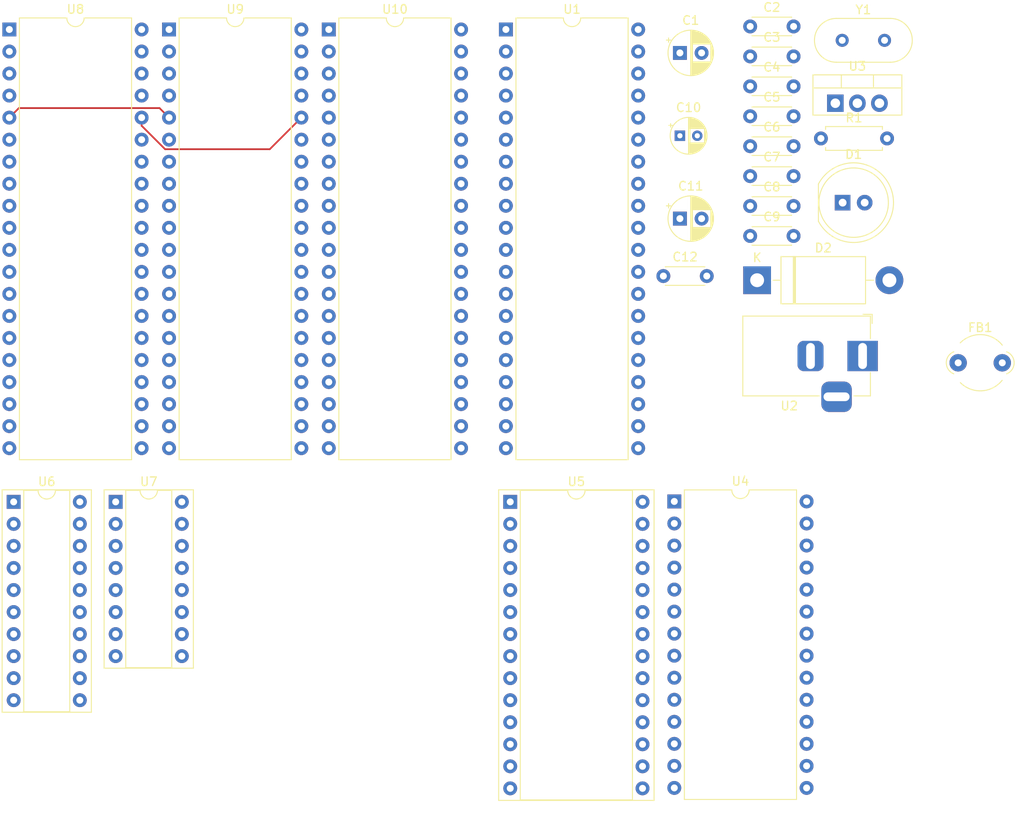
<source format=kicad_pcb>
(kicad_pcb (version 20240108) (generator "pcbnew") (generator_version "8.0")
  (layers (0 "F.Cu" signal) (31 "B.Cu" signal) (34 "B.Paste" user) (35 "F.Paste" user) (36 "B.SilkS" user "B.Silkscreen") (37 "F.SilkS" user "F.Silkscreen") (38 "B.Mask" user) (39 "F.Mask" user) (44 "Edge.Cuts" user))
  (net 0 "")
  (net 1 "Net-(U3-IN)")
  (net 2 "GND")
  (net 3 "+5V")
  (net 4 "Net-(C12-+)")
  (net 5 "Net-(D1-K)")
  (net 6 "Net-(D2-K)")
  (net 7 "/Memory and Peripheral Inteface/A8")
  (net 8 "/Memory and Peripheral Inteface/A11")
  (net 9 "/Memory and Peripheral Inteface/A5")
  (net 11 "/Memory and Peripheral Inteface/AD6")
  (net 12 "/Memory and Peripheral Inteface/AD2")
  (net 13 "/Memory and Peripheral Inteface/A1")
  (net 14 "/Memory and Peripheral Inteface/AD4")
  (net 15 "/Memory and Peripheral Inteface/A0")
  (net 16 "/Memory and Peripheral Inteface/~{Y0}")
  (net 17 "/Memory and Peripheral Inteface/A4")
  (net 19 "/Memory and Peripheral Inteface/A10")
  (net 20 "/Memory and Peripheral Inteface/AD7")
  (net 21 "/Memory and Peripheral Inteface/AD1")
  (net 22 "/Memory and Peripheral Inteface/~{RD}")
  (net 23 "/Memory and Peripheral Inteface/A2")
  (net 24 "/Memory and Peripheral Inteface/A9")
  (net 26 "/Memory and Peripheral Inteface/A7")
  (net 27 "/Memory and Peripheral Inteface/A3")
  (net 28 "/Memory and Peripheral Inteface/AD0")
  (net 29 "/Memory and Peripheral Inteface/AD5")
  (net 30 "/Memory and Peripheral Inteface/AD3")
  (net 31 "/Memory and Peripheral Inteface/A6")
  (net 32 "/Memory and Peripheral Inteface/A12")
  (net 34 "/Memory and Peripheral Inteface/~{Y2}")
  (net 46 "Net-(U1-X1)")
  (net 55 "/Memory and Peripheral Inteface/~{WR}")
  (net 80 "/Memory and Peripheral Inteface/~{Y3}")
  (net 92 "/Memory and Peripheral Inteface/~{Y4}")
  (net 112 "/Memory and Peripheral Inteface/A14")
  (net 116 "/Memory and Peripheral Inteface/A13")
  (net 117 "/Memory and Peripheral Inteface/A15")
  (net 124 "/Memory and Peripheral Inteface/ALE")
  (net 135 "/Memory and Peripheral Inteface/~{Y7}")
  (footprint "Capacitor_THT:C_Disc_D4.3mm_W1.9mm_P5.00mm" (layer "F.Cu") (at 199 30.23)
    (property "Reference" "C2" (at 2.5 -2.2 0) (layer "F.SilkS"))
    (property "Value" "100nF")
    (pad "1" thru_hole circle (at 0 0) (size 1.6 1.6) (drill 0.8) (layers "*.Cu" "*.Mask") (net 3 "+5V"))
    (pad "2" thru_hole circle (at 5 0) (size 1.6 1.6) (drill 0.8) (layers "*.Cu" "*.Mask") (net 2 "GND"))
  )
  (footprint "Package_TO_SOT_THT:TO-220-3_Vertical" (layer "F.Cu") (at 208.81 39.08)
    (property "Reference" "U3" (at 2.54 -4.27 0) (layer "F.SilkS"))
    (property "Value" "L7805")
    (pad "1" thru_hole rect (at 0 0) (size 1.905 2) (drill 1.1) (layers "*.Cu" "*.Mask") (net 1 "Net-(U3-IN)"))
    (pad "2" thru_hole oval (at 2.54 0) (size 1.905 2) (drill 1.1) (layers "*.Cu" "*.Mask") (net 2 "GND"))
    (pad "3" thru_hole oval (at 5.08 0) (size 1.905 2) (drill 1.1) (layers "*.Cu" "*.Mask") (net 3 "+5V"))
  )
  (footprint "Crystal:Crystal_HC49-U_Vertical" (layer "F.Cu") (at 209.6 31.83)
    (property "Reference" "Y1" (at 2.44 -3.525 0) (layer "F.SilkS"))
    (property "Value" "3MHz")
    (pad "1" thru_hole circle (at 0 0) (size 1.5 1.5) (drill 0.8) (layers "*.Cu" "*.Mask") (net 46 "Net-(U1-X1)"))
    (pad "2" thru_hole circle (at 4.88 0) (size 1.5 1.5) (drill 0.8) (layers "*.Cu" "*.Mask") (net 4 "Net-(C12-+)"))
  )
  (footprint "Package_DIP:DIP-16_W7.62mm_Socket" (layer "F.Cu") (at 125.91 85.03)
    (property "Reference" "U7" (at 3.81 -2.33 0) (layer "F.SilkS"))
    (property "Value" "74LS138")
    (pad "1" thru_hole rect (at 0 0) (size 1.6 1.6) (drill 0.8) (layers "*.Cu" "*.Mask") (net 116 "/Memory and Peripheral Inteface/A13"))
    (pad "2" thru_hole oval (at 0 2.54) (size 1.6 1.6) (drill 0.8) (layers "*.Cu" "*.Mask") (net 112 "/Memory and Peripheral Inteface/A14"))
    (pad "3" thru_hole oval (at 0 5.08) (size 1.6 1.6) (drill 0.8) (layers "*.Cu" "*.Mask") (net 117 "/Memory and Peripheral Inteface/A15"))
    (pad "4" thru_hole oval (at 0 7.62) (size 1.6 1.6) (drill 0.8) (layers "*.Cu" "*.Mask") (net 2 "GND"))
    (pad "5" thru_hole oval (at 0 10.16) (size 1.6 1.6) (drill 0.8) (layers "*.Cu" "*.Mask") (net 2 "GND"))
    (pad "6" thru_hole oval (at 0 12.7) (size 1.6 1.6) (drill 0.8) (layers "*.Cu" "*.Mask") (net 3 "+5V"))
    (pad "7" thru_hole oval (at 0 15.24) (size 1.6 1.6) (drill 0.8) (layers "*.Cu" "*.Mask") (net 135 "/Memory and Peripheral Inteface/~{Y7}"))
    (pad "8" thru_hole oval (at 0 17.78) (size 1.6 1.6) (drill 0.8) (layers "*.Cu" "*.Mask") (net 2 "GND"))
    (pad "9" thru_hole oval (at 7.62 17.78) (size 1.6 1.6) (drill 0.8) (layers "*.Cu" "*.Mask"))
    (pad "10" thru_hole oval (at 7.62 15.24) (size 1.6 1.6) (drill 0.8) (layers "*.Cu" "*.Mask"))
    (pad "11" thru_hole oval (at 7.62 12.7) (size 1.6 1.6) (drill 0.8) (layers "*.Cu" "*.Mask") (net 92 "/Memory and Peripheral Inteface/~{Y4}"))
    (pad "12" thru_hole oval (at 7.62 10.16) (size 1.6 1.6) (drill 0.8) (layers "*.Cu" "*.Mask") (net 80 "/Memory and Peripheral Inteface/~{Y3}"))
    (pad "13" thru_hole oval (at 7.62 7.62) (size 1.6 1.6) (drill 0.8) (layers "*.Cu" "*.Mask") (net 34 "/Memory and Peripheral Inteface/~{Y2}"))
    (pad "14" thru_hole oval (at 7.62 5.08) (size 1.6 1.6) (drill 0.8) (layers "*.Cu" "*.Mask"))
    (pad "15" thru_hole oval (at 7.62 2.54) (size 1.6 1.6) (drill 0.8) (layers "*.Cu" "*.Mask") (net 16 "/Memory and Peripheral Inteface/~{Y0}"))
    (pad "16" thru_hole oval (at 7.62 0) (size 1.6 1.6) (drill 0.8) (layers "*.Cu" "*.Mask") (net 3 "+5V"))
  )
  (footprint "Package_DIP:DIP-20_W7.62mm_Socket" (layer "F.Cu") (at 114.16 85.03)
    (property "Reference" "U6" (at 3.81 -2.33 0) (layer "F.SilkS"))
    (property "Value" "74LS373")
    (pad "1" thru_hole rect (at 0 0) (size 1.6 1.6) (drill 0.8) (layers "*.Cu" "*.Mask") (net 2 "GND"))
    (pad "2" thru_hole oval (at 0 2.54) (size 1.6 1.6) (drill 0.8) (layers "*.Cu" "*.Mask") (net 15 "/Memory and Peripheral Inteface/A0"))
    (pad "3" thru_hole oval (at 0 5.08) (size 1.6 1.6) (drill 0.8) (layers "*.Cu" "*.Mask") (net 28 "/Memory and Peripheral Inteface/AD0"))
    (pad "4" thru_hole oval (at 0 7.62) (size 1.6 1.6) (drill 0.8) (layers "*.Cu" "*.Mask") (net 21 "/Memory and Peripheral Inteface/AD1"))
    (pad "5" thru_hole oval (at 0 10.16) (size 1.6 1.6) (drill 0.8) (layers "*.Cu" "*.Mask") (net 13 "/Memory and Peripheral Inteface/A1"))
    (pad "6" thru_hole oval (at 0 12.7) (size 1.6 1.6) (drill 0.8) (layers "*.Cu" "*.Mask") (net 23 "/Memory and Peripheral Inteface/A2"))
    (pad "7" thru_hole oval (at 0 15.24) (size 1.6 1.6) (drill 0.8) (layers "*.Cu" "*.Mask") (net 12 "/Memory and Peripheral Inteface/AD2"))
    (pad "8" thru_hole oval (at 0 17.78) (size 1.6 1.6) (drill 0.8) (layers "*.Cu" "*.Mask") (net 30 "/Memory and Peripheral Inteface/AD3"))
    (pad "9" thru_hole oval (at 0 20.32) (size 1.6 1.6) (drill 0.8) (layers "*.Cu" "*.Mask") (net 27 "/Memory and Peripheral Inteface/A3"))
    (pad "10" thru_hole oval (at 0 22.86) (size 1.6 1.6) (drill 0.8) (layers "*.Cu" "*.Mask") (net 2 "GND"))
    (pad "11" thru_hole oval (at 7.62 22.86) (size 1.6 1.6) (drill 0.8) (layers "*.Cu" "*.Mask") (net 124 "/Memory and Peripheral Inteface/ALE"))
    (pad "12" thru_hole oval (at 7.62 20.32) (size 1.6 1.6) (drill 0.8) (layers "*.Cu" "*.Mask") (net 17 "/Memory and Peripheral Inteface/A4"))
    (pad "13" thru_hole oval (at 7.62 17.78) (size 1.6 1.6) (drill 0.8) (layers "*.Cu" "*.Mask") (net 14 "/Memory and Peripheral Inteface/AD4"))
    (pad "14" thru_hole oval (at 7.62 15.24) (size 1.6 1.6) (drill 0.8) (layers "*.Cu" "*.Mask") (net 29 "/Memory and Peripheral Inteface/AD5"))
    (pad "15" thru_hole oval (at 7.62 12.7) (size 1.6 1.6) (drill 0.8) (layers "*.Cu" "*.Mask") (net 9 "/Memory and Peripheral Inteface/A5"))
    (pad "16" thru_hole oval (at 7.62 10.16) (size 1.6 1.6) (drill 0.8) (layers "*.Cu" "*.Mask") (net 31 "/Memory and Peripheral Inteface/A6"))
    (pad "17" thru_hole oval (at 7.62 7.62) (size 1.6 1.6) (drill 0.8) (layers "*.Cu" "*.Mask") (net 11 "/Memory and Peripheral Inteface/AD6"))
    (pad "18" thru_hole oval (at 7.62 5.08) (size 1.6 1.6) (drill 0.8) (layers "*.Cu" "*.Mask") (net 20 "/Memory and Peripheral Inteface/AD7"))
    (pad "19" thru_hole oval (at 7.62 2.54) (size 1.6 1.6) (drill 0.8) (layers "*.Cu" "*.Mask") (net 26 "/Memory and Peripheral Inteface/A7"))
    (pad "20" thru_hole oval (at 7.62 0) (size 1.6 1.6) (drill 0.8) (layers "*.Cu" "*.Mask") (net 3 "+5V"))
  )
  (footprint "Ferrite_THT:LairdTech_28C0236-0JW-10" (layer "F.Cu") (at 222.96 69)
    (property "Reference" "FB1" (at 2.54 -4.064 0) (layer "F.SilkS"))
    (property "Value" "100@100Mhz")
    (pad "1" thru_hole circle (at 0 0) (size 2 2) (drill 0.8) (layers "*.Cu" "*.Mask") (net 6 "Net-(D2-K)"))
    (pad "2" thru_hole circle (at 5.08 0) (size 2 2) (drill 0.8) (layers "*.Cu" "*.Mask") (net 1 "Net-(U3-IN)"))
  )
  (footprint "Capacitor_THT:C_Disc_D4.3mm_W1.9mm_P5.00mm" (layer "F.Cu") (at 199 54.38)
    (property "Reference" "C9" (at 2.5 -2.2 0) (layer "F.SilkS"))
    (property "Value" "100nF")
    (pad "1" thru_hole circle (at 0 0) (size 1.6 1.6) (drill 0.8) (layers "*.Cu" "*.Mask") (net 3 "+5V"))
    (pad "2" thru_hole circle (at 5 0) (size 1.6 1.6) (drill 0.8) (layers "*.Cu" "*.Mask") (net 2 "GND"))
  )
  (footprint "Package_DIP:DIP-40_W15.24mm" (layer "F.Cu") (at 150.46 30.58)
    (property "Reference" "U10" (at 7.62 -2.33 0) (layer "F.SilkS"))
    (property "Value" "8255")
    (pad "1" thru_hole rect (at 0 0) (size 1.6 1.6) (drill 0.8) (layers "*.Cu" "*.Mask"))
    (pad "2" thru_hole oval (at 0 2.54) (size 1.6 1.6) (drill 0.8) (layers "*.Cu" "*.Mask"))
    (pad "3" thru_hole oval (at 0 5.08) (size 1.6 1.6) (drill 0.8) (layers "*.Cu" "*.Mask"))
    (pad "4" thru_hole oval (at 0 7.62) (size 1.6 1.6) (drill 0.8) (layers "*.Cu" "*.Mask"))
    (pad "5" thru_hole oval (at 0 10.16) (size 1.6 1.6) (drill 0.8) (layers "*.Cu" "*.Mask") (net 22 "/Memory and Peripheral Inteface/~{RD}"))
    (pad "6" thru_hole oval (at 0 12.7) (size 1.6 1.6) (drill 0.8) (layers "*.Cu" "*.Mask") (net 92 "/Memory and Peripheral Inteface/~{Y4}"))
    (pad "7" thru_hole oval (at 0 15.24) (size 1.6 1.6) (drill 0.8) (layers "*.Cu" "*.Mask") (net 2 "GND"))
    (pad "8" thru_hole oval (at 0 17.78) (size 1.6 1.6) (drill 0.8) (layers "*.Cu" "*.Mask") (net 23 "/Memory and Peripheral Inteface/A2"))
    (pad "9" thru_hole oval (at 0 20.32) (size 1.6 1.6) (drill 0.8) (layers "*.Cu" "*.Mask") (net 13 "/Memory and Peripheral Inteface/A1"))
    (pad "10" thru_hole oval (at 0 22.86) (size 1.6 1.6) (drill 0.8) (layers "*.Cu" "*.Mask"))
    (pad "11" thru_hole oval (at 0 25.4) (size 1.6 1.6) (drill 0.8) (layers "*.Cu" "*.Mask"))
    (pad "12" thru_hole oval (at 0 27.94) (size 1.6 1.6) (drill 0.8) (layers "*.Cu" "*.Mask"))
    (pad "13" thru_hole oval (at 0 30.48) (size 1.6 1.6) (drill 0.8) (layers "*.Cu" "*.Mask"))
    (pad "14" thru_hole oval (at 0 33.02) (size 1.6 1.6) (drill 0.8) (layers "*.Cu" "*.Mask"))
    (pad "15" thru_hole oval (at 0 35.56) (size 1.6 1.6) (drill 0.8) (layers "*.Cu" "*.Mask"))
    (pad "16" thru_hole oval (at 0 38.1) (size 1.6 1.6) (drill 0.8) (layers "*.Cu" "*.Mask"))
    (pad "17" thru_hole oval (at 0 40.64) (size 1.6 1.6) (drill 0.8) (layers "*.Cu" "*.Mask"))
    (pad "18" thru_hole oval (at 0 43.18) (size 1.6 1.6) (drill 0.8) (layers "*.Cu" "*.Mask"))
    (pad "19" thru_hole oval (at 0 45.72) (size 1.6 1.6) (drill 0.8) (layers "*.Cu" "*.Mask"))
    (pad "20" thru_hole oval (at 0 48.26) (size 1.6 1.6) (drill 0.8) (layers "*.Cu" "*.Mask"))
    (pad "21" thru_hole oval (at 15.24 48.26) (size 1.6 1.6) (drill 0.8) (layers "*.Cu" "*.Mask"))
    (pad "22" thru_hole oval (at 15.24 45.72) (size 1.6 1.6) (drill 0.8) (layers "*.Cu" "*.Mask"))
    (pad "23" thru_hole oval (at 15.24 43.18) (size 1.6 1.6) (drill 0.8) (layers "*.Cu" "*.Mask"))
    (pad "24" thru_hole oval (at 15.24 40.64) (size 1.6 1.6) (drill 0.8) (layers "*.Cu" "*.Mask"))
    (pad "25" thru_hole oval (at 15.24 38.1) (size 1.6 1.6) (drill 0.8) (layers "*.Cu" "*.Mask"))
    (pad "26" thru_hole oval (at 15.24 35.56) (size 1.6 1.6) (drill 0.8) (layers "*.Cu" "*.Mask") (net 3 "+5V"))
    (pad "27" thru_hole oval (at 15.24 33.02) (size 1.6 1.6) (drill 0.8) (layers "*.Cu" "*.Mask") (net 20 "/Memory and Peripheral Inteface/AD7"))
    (pad "28" thru_hole oval (at 15.24 30.48) (size 1.6 1.6) (drill 0.8) (layers "*.Cu" "*.Mask") (net 11 "/Memory and Peripheral Inteface/AD6"))
    (pad "29" thru_hole oval (at 15.24 27.94) (size 1.6 1.6) (drill 0.8) (layers "*.Cu" "*.Mask") (net 29 "/Memory and Peripheral Inteface/AD5"))
    (pad "30" thru_hole oval (at 15.24 25.4) (size 1.6 1.6) (drill 0.8) (layers "*.Cu" "*.Mask") (net 14 "/Memory and Peripheral Inteface/AD4"))
    (pad "31" thru_hole oval (at 15.24 22.86) (size 1.6 1.6) (drill 0.8) (layers "*.Cu" "*.Mask") (net 30 "/Memory and Peripheral Inteface/AD3"))
    (pad "32" thru_hole oval (at 15.24 20.32) (size 1.6 1.6) (drill 0.8) (layers "*.Cu" "*.Mask") (net 12 "/Memory and Peripheral Inteface/AD2"))
    (pad "33" thru_hole oval (at 15.24 17.78) (size 1.6 1.6) (drill 0.8) (layers "*.Cu" "*.Mask") (net 21 "/Memory and Peripheral Inteface/AD1"))
    (pad "34" thru_hole oval (at 15.24 15.24) (size 1.6 1.6) (drill 0.8) (layers "*.Cu" "*.Mask") (net 28 "/Memory and Peripheral Inteface/AD0"))
    (pad "35" thru_hole oval (at 15.24 12.7) (size 1.6 1.6) (drill 0.8) (layers "*.Cu" "*.Mask"))
    (pad "36" thru_hole oval (at 15.24 10.16) (size 1.6 1.6) (drill 0.8) (layers "*.Cu" "*.Mask") (net 55 "/Memory and Peripheral Inteface/~{WR}"))
    (pad "37" thru_hole oval (at 15.24 7.62) (size 1.6 1.6) (drill 0.8) (layers "*.Cu" "*.Mask"))
    (pad "38" thru_hole oval (at 15.24 5.08) (size 1.6 1.6) (drill 0.8) (layers "*.Cu" "*.Mask"))
    (pad "39" thru_hole oval (at 15.24 2.54) (size 1.6 1.6) (drill 0.8) (layers "*.Cu" "*.Mask"))
    (pad "40" thru_hole oval (at 15.24 0) (size 1.6 1.6) (drill 0.8) (layers "*.Cu" "*.Mask"))
  )
  (footprint "Capacitor_THT:C_Disc_D4.3mm_W1.9mm_P5.00mm" (layer "F.Cu") (at 199 33.68)
    (property "Reference" "C3" (at 2.5 -2.2 0) (layer "F.SilkS"))
    (property "Value" "100nF")
    (pad "1" thru_hole circle (at 0 0) (size 1.6 1.6) (drill 0.8) (layers "*.Cu" "*.Mask") (net 3 "+5V"))
    (pad "2" thru_hole circle (at 5 0) (size 1.6 1.6) (drill 0.8) (layers "*.Cu" "*.Mask") (net 2 "GND"))
  )
  (footprint "Package_DIP:DIP-28_W15.24mm_Socket" (layer "F.Cu") (at 171.36 85.03)
    (property "Reference" "U5" (at 7.62 -2.33 0) (layer "F.SilkS"))
    (property "Value" "CY6264")
    (pad "1" thru_hole rect (at 0 0) (size 1.6 1.6) (drill 0.8) (layers "*.Cu" "*.Mask"))
    (pad "2" thru_hole oval (at 0 2.54) (size 1.6 1.6) (drill 0.8) (layers "*.Cu" "*.Mask") (net 32 "/Memory and Peripheral Inteface/A12"))
    (pad "3" thru_hole oval (at 0 5.08) (size 1.6 1.6) (drill 0.8) (layers "*.Cu" "*.Mask") (net 26 "/Memory and Peripheral Inteface/A7"))
    (pad "4" thru_hole oval (at 0 7.62) (size 1.6 1.6) (drill 0.8) (layers "*.Cu" "*.Mask") (net 31 "/Memory and Peripheral Inteface/A6"))
    (pad "5" thru_hole oval (at 0 10.16) (size 1.6 1.6) (drill 0.8) (layers "*.Cu" "*.Mask") (net 9 "/Memory and Peripheral Inteface/A5"))
    (pad "6" thru_hole oval (at 0 12.7) (size 1.6 1.6) (drill 0.8) (layers "*.Cu" "*.Mask") (net 17 "/Memory and Peripheral Inteface/A4"))
    (pad "7" thru_hole oval (at 0 15.24) (size 1.6 1.6) (drill 0.8) (layers "*.Cu" "*.Mask") (net 27 "/Memory and Peripheral Inteface/A3"))
    (pad "8" thru_hole oval (at 0 17.78) (size 1.6 1.6) (drill 0.8) (layers "*.Cu" "*.Mask") (net 23 "/Memory and Peripheral Inteface/A2"))
    (pad "9" thru_hole oval (at 0 20.32) (size 1.6 1.6) (drill 0.8) (layers "*.Cu" "*.Mask") (net 13 "/Memory and Peripheral Inteface/A1"))
    (pad "10" thru_hole oval (at 0 22.86) (size 1.6 1.6) (drill 0.8) (layers "*.Cu" "*.Mask") (net 15 "/Memory and Peripheral Inteface/A0"))
    (pad "11" thru_hole oval (at 0 25.4) (size 1.6 1.6) (drill 0.8) (layers "*.Cu" "*.Mask") (net 28 "/Memory and Peripheral Inteface/AD0"))
    (pad "12" thru_hole oval (at 0 27.94) (size 1.6 1.6) (drill 0.8) (layers "*.Cu" "*.Mask") (net 21 "/Memory and Peripheral Inteface/AD1"))
    (pad "13" thru_hole oval (at 0 30.48) (size 1.6 1.6) (drill 0.8) (layers "*.Cu" "*.Mask") (net 12 "/Memory and Peripheral Inteface/AD2"))
    (pad "14" thru_hole oval (at 0 33.02) (size 1.6 1.6) (drill 0.8) (layers "*.Cu" "*.Mask") (net 2 "GND"))
    (pad "15" thru_hole oval (at 15.24 33.02) (size 1.6 1.6) (drill 0.8) (layers "*.Cu" "*.Mask") (net 30 "/Memory and Peripheral Inteface/AD3"))
    (pad "16" thru_hole oval (at 15.24 30.48) (size 1.6 1.6) (drill 0.8) (layers "*.Cu" "*.Mask") (net 14 "/Memory and Peripheral Inteface/AD4"))
    (pad "17" thru_hole oval (at 15.24 27.94) (size 1.6 1.6) (drill 0.8) (layers "*.Cu" "*.Mask") (net 29 "/Memory and Peripheral Inteface/AD5"))
    (pad "18" thru_hole oval (at 15.24 25.4) (size 1.6 1.6) (drill 0.8) (layers "*.Cu" "*.Mask") (net 11 "/Memory and Peripheral Inteface/AD6"))
    (pad "19" thru_hole oval (at 15.24 22.86) (size 1.6 1.6) (drill 0.8) (layers "*.Cu" "*.Mask") (net 20 "/Memory and Peripheral Inteface/AD7"))
    (pad "20" thru_hole oval (at 15.24 20.32) (size 1.6 1.6) (drill 0.8) (layers "*.Cu" "*.Mask") (net 135 "/Memory and Peripheral Inteface/~{Y7}"))
    (pad "21" thru_hole oval (at 15.24 17.78) (size 1.6 1.6) (drill 0.8) (layers "*.Cu" "*.Mask") (net 19 "/Memory and Peripheral Inteface/A10"))
    (pad "22" thru_hole oval (at 15.24 15.24) (size 1.6 1.6) (drill 0.8) (layers "*.Cu" "*.Mask") (net 22 "/Memory and Peripheral Inteface/~{RD}"))
    (pad "23" thru_hole oval (at 15.24 12.7) (size 1.6 1.6) (drill 0.8) (layers "*.Cu" "*.Mask") (net 8 "/Memory and Peripheral Inteface/A11"))
    (pad "24" thru_hole oval (at 15.24 10.16) (size 1.6 1.6) (drill 0.8) (layers "*.Cu" "*.Mask") (net 24 "/Memory and Peripheral Inteface/A9"))
    (pad "25" thru_hole oval (at 15.24 7.62) (size 1.6 1.6) (drill 0.8) (layers "*.Cu" "*.Mask") (net 7 "/Memory and Peripheral Inteface/A8"))
    (pad "26" thru_hole oval (at 15.24 5.08) (size 1.6 1.6) (drill 0.8) (layers "*.Cu" "*.Mask") (net 3 "+5V"))
    (pad "27" thru_hole oval (at 15.24 2.54) (size 1.6 1.6) (drill 0.8) (layers "*.Cu" "*.Mask") (net 55 "/Memory and Peripheral Inteface/~{WR}"))
    (pad "28" thru_hole oval (at 15.24 0) (size 1.6 1.6) (drill 0.8) (layers "*.Cu" "*.Mask") (net 3 "+5V"))
  )
  (footprint "Capacitor_THT:CP_Radial_D5.0mm_P2.50mm" (layer "F.Cu") (at 190.904698 52.38)
    (property "Reference" "C11" (at 1.25 -3.75 0) (layer "F.SilkS"))
    (property "Value" "0.1uf")
    (pad "1" thru_hole rect (at 0 0) (size 1.6 1.6) (drill 0.8) (layers "*.Cu" "*.Mask") (net 3 "+5V"))
    (pad "2" thru_hole circle (at 2.5 0) (size 1.6 1.6) (drill 0.8) (layers "*.Cu" "*.Mask") (net 2 "GND"))
  )
  (footprint "Package_DIP:DIP-28_W15.24mm" (layer "F.Cu") (at 190.26 84.98)
    (property "Reference" "U4" (at 7.62 -2.33 0) (layer "F.SilkS"))
    (property "Value" "2764")
    (pad "1" thru_hole rect (at 0 0) (size 1.6 1.6) (drill 0.8) (layers "*.Cu" "*.Mask"))
    (pad "2" thru_hole oval (at 0 2.54) (size 1.6 1.6) (drill 0.8) (layers "*.Cu" "*.Mask") (net 32 "/Memory and Peripheral Inteface/A12"))
    (pad "3" thru_hole oval (at 0 5.08) (size 1.6 1.6) (drill 0.8) (layers "*.Cu" "*.Mask") (net 26 "/Memory and Peripheral Inteface/A7"))
    (pad "4" thru_hole oval (at 0 7.62) (size 1.6 1.6) (drill 0.8) (layers "*.Cu" "*.Mask") (net 31 "/Memory and Peripheral Inteface/A6"))
    (pad "5" thru_hole oval (at 0 10.16) (size 1.6 1.6) (drill 0.8) (layers "*.Cu" "*.Mask") (net 9 "/Memory and Peripheral Inteface/A5"))
    (pad "6" thru_hole oval (at 0 12.7) (size 1.6 1.6) (drill 0.8) (layers "*.Cu" "*.Mask") (net 17 "/Memory and Peripheral Inteface/A4"))
    (pad "7" thru_hole oval (at 0 15.24) (size 1.6 1.6) (drill 0.8) (layers "*.Cu" "*.Mask") (net 27 "/Memory and Peripheral Inteface/A3"))
    (pad "8" thru_hole oval (at 0 17.78) (size 1.6 1.6) (drill 0.8) (layers "*.Cu" "*.Mask") (net 23 "/Memory and Peripheral Inteface/A2"))
    (pad "9" thru_hole oval (at 0 20.32) (size 1.6 1.6) (drill 0.8) (layers "*.Cu" "*.Mask") (net 13 "/Memory and Peripheral Inteface/A1"))
    (pad "10" thru_hole oval (at 0 22.86) (size 1.6 1.6) (drill 0.8) (layers "*.Cu" "*.Mask") (net 15 "/Memory and Peripheral Inteface/A0"))
    (pad "11" thru_hole oval (at 0 25.4) (size 1.6 1.6) (drill 0.8) (layers "*.Cu" "*.Mask") (net 28 "/Memory and Peripheral Inteface/AD0"))
    (pad "12" thru_hole oval (at 0 27.94) (size 1.6 1.6) (drill 0.8) (layers "*.Cu" "*.Mask") (net 21 "/Memory and Peripheral Inteface/AD1"))
    (pad "13" thru_hole oval (at 0 30.48) (size 1.6 1.6) (drill 0.8) (layers "*.Cu" "*.Mask") (net 12 "/Memory and Peripheral Inteface/AD2"))
    (pad "14" thru_hole oval (at 0 33.02) (size 1.6 1.6) (drill 0.8) (layers "*.Cu" "*.Mask") (net 2 "GND"))
    (pad "15" thru_hole oval (at 15.24 33.02) (size 1.6 1.6) (drill 0.8) (layers "*.Cu" "*.Mask") (net 30 "/Memory and Peripheral Inteface/AD3"))
    (pad "16" thru_hole oval (at 15.24 30.48) (size 1.6 1.6) (drill 0.8) (layers "*.Cu" "*.Mask") (net 14 "/Memory and Peripheral Inteface/AD4"))
    (pad "17" thru_hole oval (at 15.24 27.94) (size 1.6 1.6) (drill 0.8) (layers "*.Cu" "*.Mask") (net 29 "/Memory and Peripheral Inteface/AD5"))
    (pad "18" thru_hole oval (at 15.24 25.4) (size 1.6 1.6) (drill 0.8) (layers "*.Cu" "*.Mask") (net 11 "/Memory and Peripheral Inteface/AD6"))
    (pad "19" thru_hole oval (at 15.24 22.86) (size 1.6 1.6) (drill 0.8) (layers "*.Cu" "*.Mask") (net 20 "/Memory and Peripheral Inteface/AD7"))
    (pad "20" thru_hole oval (at 15.24 20.32) (size 1.6 1.6) (drill 0.8) (layers "*.Cu" "*.Mask") (net 16 "/Memory and Peripheral Inteface/~{Y0}"))
    (pad "21" thru_hole oval (at 15.24 17.78) (size 1.6 1.6) (drill 0.8) (layers "*.Cu" "*.Mask") (net 19 "/Memory and Peripheral Inteface/A10"))
    (pad "22" thru_hole oval (at 15.24 15.24) (size 1.6 1.6) (drill 0.8) (layers "*.Cu" "*.Mask") (net 22 "/Memory and Peripheral Inteface/~{RD}"))
    (pad "23" thru_hole oval (at 15.24 12.7) (size 1.6 1.6) (drill 0.8) (layers "*.Cu" "*.Mask") (net 8 "/Memory and Peripheral Inteface/A11"))
    (pad "24" thru_hole oval (at 15.24 10.16) (size 1.6 1.6) (drill 0.8) (layers "*.Cu" "*.Mask") (net 24 "/Memory and Peripheral Inteface/A9"))
    (pad "25" thru_hole oval (at 15.24 7.62) (size 1.6 1.6) (drill 0.8) (layers "*.Cu" "*.Mask") (net 7 "/Memory and Peripheral Inteface/A8"))
    (pad "26" thru_hole oval (at 15.24 5.08) (size 1.6 1.6) (drill 0.8) (layers "*.Cu" "*.Mask"))
    (pad "27" thru_hole oval (at 15.24 2.54) (size 1.6 1.6) (drill 0.8) (layers "*.Cu" "*.Mask"))
    (pad "28" thru_hole oval (at 15.24 0) (size 1.6 1.6) (drill 0.8) (layers "*.Cu" "*.Mask") (net 3 "+5V"))
  )
  (footprint "Capacitor_THT:C_Disc_D4.3mm_W1.9mm_P5.00mm" (layer "F.Cu") (at 199 50.93)
    (property "Reference" "C8" (at 2.5 -2.2 0) (layer "F.SilkS"))
    (property "Value" "100nF")
    (pad "1" thru_hole circle (at 0 0) (size 1.6 1.6) (drill 0.8) (layers "*.Cu" "*.Mask") (net 3 "+5V"))
    (pad "2" thru_hole circle (at 5 0) (size 1.6 1.6) (drill 0.8) (layers "*.Cu" "*.Mask") (net 2 "GND"))
  )
  (footprint "Capacitor_THT:C_Disc_D4.3mm_W1.9mm_P5.00mm" (layer "F.Cu") (at 199 40.58)
    (property "Reference" "C5" (at 2.5 -2.2 0) (layer "F.SilkS"))
    (property "Value" "100nF")
    (pad "1" thru_hole circle (at 0 0) (size 1.6 1.6) (drill 0.8) (layers "*.Cu" "*.Mask") (net 3 "+5V"))
    (pad "2" thru_hole circle (at 5 0) (size 1.6 1.6) (drill 0.8) (layers "*.Cu" "*.Mask") (net 2 "GND"))
  )
  (footprint "Package_DIP:DIP-40_W15.24mm" (layer "F.Cu") (at 170.86 30.58)
    (property "Reference" "U1" (at 7.62 -2.33 0) (layer "F.SilkS"))
    (property "Value" "8085A")
    (pad "1" thru_hole rect (at 0 0) (size 1.6 1.6) (drill 0.8) (layers "*.Cu" "*.Mask") (net 46 "Net-(U1-X1)"))
    (pad "2" thru_hole oval (at 0 2.54) (size 1.6 1.6) (drill 0.8) (layers "*.Cu" "*.Mask") (net 4 "Net-(C12-+)"))
    (pad "3" thru_hole oval (at 0 5.08) (size 1.6 1.6) (drill 0.8) (layers "*.Cu" "*.Mask"))
    (pad "4" thru_hole oval (at 0 7.62) (size 1.6 1.6) (drill 0.8) (layers "*.Cu" "*.Mask"))
    (pad "5" thru_hole oval (at 0 10.16) (size 1.6 1.6) (drill 0.8) (layers "*.Cu" "*.Mask"))
    (pad "6" thru_hole oval (at 0 12.7) (size 1.6 1.6) (drill 0.8) (layers "*.Cu" "*.Mask"))
    (pad "7" thru_hole oval (at 0 15.24) (size 1.6 1.6) (drill 0.8) (layers "*.Cu" "*.Mask"))
    (pad "8" thru_hole oval (at 0 17.78) (size 1.6 1.6) (drill 0.8) (layers "*.Cu" "*.Mask"))
    (pad "9" thru_hole oval (at 0 20.32) (size 1.6 1.6) (drill 0.8) (layers "*.Cu" "*.Mask"))
    (pad "10" thru_hole oval (at 0 22.86) (size 1.6 1.6) (drill 0.8) (layers "*.Cu" "*.Mask"))
    (pad "11" thru_hole oval (at 0 25.4) (size 1.6 1.6) (drill 0.8) (layers "*.Cu" "*.Mask"))
    (pad "12" thru_hole oval (at 0 27.94) (size 1.6 1.6) (drill 0.8) (layers "*.Cu" "*.Mask") (net 28 "/Memory and Peripheral Inteface/AD0"))
    (pad "13" thru_hole oval (at 0 30.48) (size 1.6 1.6) (drill 0.8) (layers "*.Cu" "*.Mask") (net 21 "/Memory and Peripheral Inteface/AD1"))
    (pad "14" thru_hole oval (at 0 33.02) (size 1.6 1.6) (drill 0.8) (layers "*.Cu" "*.Mask") (net 12 "/Memory and Peripheral Inteface/AD2"))
    (pad "15" thru_hole oval (at 0 35.56) (size 1.6 1.6) (drill 0.8) (layers "*.Cu" "*.Mask") (net 30 "/Memory and Peripheral Inteface/AD3"))
    (pad "16" thru_hole oval (at 0 38.1) (size 1.6 1.6) (drill 0.8) (layers "*.Cu" "*.Mask") (net 14 "/Memory and Peripheral Inteface/AD4"))
    (pad "17" thru_hole oval (at 0 40.64) (size 1.6 1.6) (drill 0.8) (layers "*.Cu" "*.Mask") (net 29 "/Memory and Peripheral Inteface/AD5"))
    (pad "18" thru_hole oval (at 0 43.18) (size 1.6 1.6) (drill 0.8) (layers "*.Cu" "*.Mask") (net 11 "/Memory and Peripheral Inteface/AD6"))
    (pad "19" thru_hole oval (at 0 45.72) (size 1.6 1.6) (drill 0.8) (layers "*.Cu" "*.Mask") (net 20 "/Memory and Peripheral Inteface/AD7"))
    (pad "20" thru_hole oval (at 0 48.26) (size 1.6 1.6) (drill 0.8) (layers "*.Cu" "*.Mask") (net 2 "GND"))
    (pad "21" thru_hole oval (at 15.24 48.26) (size 1.6 1.6) (drill 0.8) (layers "*.Cu" "*.Mask") (net 7 "/Memory and Peripheral Inteface/A8"))
    (pad "22" thru_hole oval (at 15.24 45.72) (size 1.6 1.6) (drill 0.8) (layers "*.Cu" "*.Mask") (net 24 "/Memory and Peripheral Inteface/A9"))
    (pad "23" thru_hole oval (at 15.24 43.18) (size 1.6 1.6) (drill 0.8) (layers "*.Cu" "*.Mask") (net 19 "/Memory and Peripheral Inteface/A10"))
    (pad "24" thru_hole oval (at 15.24 40.64) (size 1.6 1.6) (drill 0.8) (layers "*.Cu" "*.Mask") (net 8 "/Memory and Peripheral Inteface/A11"))
    (pad "25" thru_hole oval (at 15.24 38.1) (size 1.6 1.6) (drill 0.8) (layers "*.Cu" "*.Mask") (net 32 "/Memory and Peripheral Inteface/A12"))
    (pad "26" thru_hole oval (at 15.24 35.56) (size 1.6 1.6) (drill 0.8) (layers "*.Cu" "*.Mask") (net 116 "/Memory and Peripheral Inteface/A13"))
    (pad "27" thru_hole oval (at 15.24 33.02) (size 1.6 1.6) (drill 0.8) (layers "*.Cu" "*.Mask") (net 112 "/Memory and Peripheral Inteface/A14"))
    (pad "28" thru_hole oval (at 15.24 30.48) (size 1.6 1.6) (drill 0.8) (layers "*.Cu" "*.Mask") (net 117 "/Memory and Peripheral Inteface/A15"))
    (pad "29" thru_hole oval (at 15.24 27.94) (size 1.6 1.6) (drill 0.8) (layers "*.Cu" "*.Mask"))
    (pad "30" thru_hole oval (at 15.24 25.4) (size 1.6 1.6) (drill 0.8) (layers "*.Cu" "*.Mask") (net 124 "/Memory and Peripheral Inteface/ALE"))
    (pad "31" thru_hole oval (at 15.24 22.86) (size 1.6 1.6) (drill 0.8) (layers "*.Cu" "*.Mask") (net 55 "/Memory and Peripheral Inteface/~{WR}"))
    (pad "32" thru_hole oval (at 15.24 20.32) (size 1.6 1.6) (drill 0.8) (layers "*.Cu" "*.Mask") (net 22 "/Memory and Peripheral Inteface/~{RD}"))
    (pad "33" thru_hole oval (at 15.24 17.78) (size 1.6 1.6) (drill 0.8) (layers "*.Cu" "*.Mask"))
    (pad "34" thru_hole oval (at 15.24 15.24) (size 1.6 1.6) (drill 0.8) (layers "*.Cu" "*.Mask"))
    (pad "35" thru_hole oval (at 15.24 12.7) (size 1.6 1.6) (drill 0.8) (layers "*.Cu" "*.Mask"))
    (pad "36" thru_hole oval (at 15.24 10.16) (size 1.6 1.6) (drill 0.8) (layers "*.Cu" "*.Mask"))
    (pad "37" thru_hole oval (at 15.24 7.62) (size 1.6 1.6) (drill 0.8) (layers "*.Cu" "*.Mask"))
    (pad "38" thru_hole oval (at 15.24 5.08) (size 1.6 1.6) (drill 0.8) (layers "*.Cu" "*.Mask"))
    (pad "39" thru_hole oval (at 15.24 2.54) (size 1.6 1.6) (drill 0.8) (layers "*.Cu" "*.Mask"))
    (pad "40" thru_hole oval (at 15.24 0) (size 1.6 1.6) (drill 0.8) (layers "*.Cu" "*.Mask") (net 3 "+5V"))
  )
  (footprint "Package_DIP:DIP-40_W15.24mm" (layer "F.Cu") (at 113.66 30.58)
    (property "Reference" "U8" (at 7.62 -2.33 0) (layer "F.SilkS"))
    (property "Value" "8255")
    (pad "1" thru_hole rect (at 0 0) (size 1.6 1.6) (drill 0.8) (layers "*.Cu" "*.Mask"))
    (pad "2" thru_hole oval (at 0 2.54) (size 1.6 1.6) (drill 0.8) (layers "*.Cu" "*.Mask"))
    (pad "3" thru_hole oval (at 0 5.08) (size 1.6 1.6) (drill 0.8) (layers "*.Cu" "*.Mask"))
    (pad "4" thru_hole oval (at 0 7.62) (size 1.6 1.6) (drill 0.8) (layers "*.Cu" "*.Mask"))
    (pad "5" thru_hole oval (at 0 10.16) (size 1.6 1.6) (drill 0.8) (layers "*.Cu" "*.Mask") (net 22 "/Memory and Peripheral Inteface/~{RD}"))
    (pad "6" thru_hole oval (at 0 12.7) (size 1.6 1.6) (drill 0.8) (layers "*.Cu" "*.Mask") (net 34 "/Memory and Peripheral Inteface/~{Y2}"))
    (pad "7" thru_hole oval (at 0 15.24) (size 1.6 1.6) (drill 0.8) (layers "*.Cu" "*.Mask") (net 2 "GND"))
    (pad "8" thru_hole oval (at 0 17.78) (size 1.6 1.6) (drill 0.8) (layers "*.Cu" "*.Mask") (net 23 "/Memory and Peripheral Inteface/A2"))
    (pad "9" thru_hole oval (at 0 20.32) (size 1.6 1.6) (drill 0.8) (layers "*.Cu" "*.Mask") (net 13 "/Memory and Peripheral Inteface/A1"))
    (pad "10" thru_hole oval (at 0 22.86) (size 1.6 1.6) (drill 0.8) (layers "*.Cu" "*.Mask"))
    (pad "11" thru_hole oval (at 0 25.4) (size 1.6 1.6) (drill 0.8) (layers "*.Cu" "*.Mask"))
    (pad "12" thru_hole oval (at 0 27.94) (size 1.6 1.6) (drill 0.8) (layers "*.Cu" "*.Mask"))
    (pad "13" thru_hole oval (at 0 30.48) (size 1.6 1.6) (drill 0.8) (layers "*.Cu" "*.Mask"))
    (pad "14" thru_hole oval (at 0 33.02) (size 1.6 1.6) (drill 0.8) (layers "*.Cu" "*.Mask"))
    (pad "15" thru_hole oval (at 0 35.56) (size 1.6 1.6) (drill 0.8) (layers "*.Cu" "*.Mask"))
    (pad "16" thru_hole oval (at 0 38.1) (size 1.6 1.6) (drill 0.8) (layers "*.Cu" "*.Mask"))
    (pad "17" thru_hole oval (at 0 40.64) (size 1.6 1.6) (drill 0.8) (layers "*.Cu" "*.Mask"))
    (pad "18" thru_hole oval (at 0 43.18) (size 1.6 1.6) (drill 0.8) (layers "*.Cu" "*.Mask"))
    (pad "19" thru_hole oval (at 0 45.72) (size 1.6 1.6) (drill 0.8) (layers "*.Cu" "*.Mask"))
    (pad "20" thru_hole oval (at 0 48.26) (size 1.6 1.6) (drill 0.8) (layers "*.Cu" "*.Mask"))
    (pad "21" thru_hole oval (at 15.24 48.26) (size 1.6 1.6) (drill 0.8) (layers "*.Cu" "*.Mask"))
    (pad "22" thru_hole oval (at 15.24 45.72) (size 1.6 1.6) (drill 0.8) (layers "*.Cu" "*.Mask"))
    (pad "23" thru_hole oval (at 15.24 43.18) (size 1.6 1.6) (drill 0.8) (layers "*.Cu" "*.Mask"))
    (pad "24" thru_hole oval (at 15.24 40.64) (size 1.6 1.6) (drill 0.8) (layers "*.Cu" "*.Mask"))
    (pad "25" thru_hole oval (at 15.24 38.1) (size 1.6 1.6) (drill 0.8) (layers "*.Cu" "*.Mask"))
    (pad "26" thru_hole oval (at 15.24 35.56) (size 1.6 1.6) (drill 0.8) (layers "*.Cu" "*.Mask") (net 3 "+5V"))
    (pad "27" thru_hole oval (at 15.24 33.02) (size 1.6 1.6) (drill 0.8) (layers "*.Cu" "*.Mask") (net 20 "/Memory and Peripheral Inteface/AD7"))
    (pad "28" thru_hole oval (at 15.24 30.48) (size 1.6 1.6) (drill 0.8) (layers "*.Cu" "*.Mask") (net 11 "/Memory and Peripheral Inteface/AD6"))
    (pad "29" thru_hole oval (at 15.24 27.94) (size 1.6 1.6) (drill 0.8) (layers "*.Cu" "*.Mask") (net 29 "/Memory and Peripheral Inteface/AD5"))
    (pad "30" thru_hole oval (at 15.24 25.4) (size 1.6 1.6) (drill 0.8) (layers "*.Cu" "*.Mask") (net 14 "/Memory and Peripheral Inteface/AD4"))
    (pad "31" thru_hole oval (at 15.24 22.86) (size 1.6 1.6) (drill 0.8) (layers "*.Cu" "*.Mask") (net 30 "/Memory and Peripheral Inteface/AD3"))
    (pad "32" thru_hole oval (at 15.24 20.32) (size 1.6 1.6) (drill 0.8) (layers "*.Cu" "*.Mask") (net 12 "/Memory and Peripheral Inteface/AD2"))
    (pad "33" thru_hole oval (at 15.24 17.78) (size 1.6 1.6) (drill 0.8) (layers "*.Cu" "*.Mask") (net 21 "/Memory and Peripheral Inteface/AD1"))
    (pad "34" thru_hole oval (at 15.24 15.24) (size 1.6 1.6) (drill 0.8) (layers "*.Cu" "*.Mask") (net 28 "/Memory and Peripheral Inteface/AD0"))
    (pad "35" thru_hole oval (at 15.24 12.7) (size 1.6 1.6) (drill 0.8) (layers "*.Cu" "*.Mask"))
    (pad "36" thru_hole oval (at 15.24 10.16) (size 1.6 1.6) (drill 0.8) (layers "*.Cu" "*.Mask") (net 55 "/Memory and Peripheral Inteface/~{WR}"))
    (pad "37" thru_hole oval (at 15.24 7.62) (size 1.6 1.6) (drill 0.8) (layers "*.Cu" "*.Mask"))
    (pad "38" thru_hole oval (at 15.24 5.08) (size 1.6 1.6) (drill 0.8) (layers "*.Cu" "*.Mask"))
    (pad "39" thru_hole oval (at 15.24 2.54) (size 1.6 1.6) (drill 0.8) (layers "*.Cu" "*.Mask"))
    (pad "40" thru_hole oval (at 15.24 0) (size 1.6 1.6) (drill 0.8) (layers "*.Cu" "*.Mask"))
  )
  (footprint "LED_THT:LED_D8.0mm" (layer "F.Cu") (at 209.65 50.54)
    (property "Reference" "D1" (at 1.27 -5.56 0) (layer "F.SilkS"))
    (property "Value" "RED_8mm")
    (pad "1" thru_hole rect (at 0 0) (size 1.8 1.8) (drill 0.9) (layers "*.Cu" "*.Mask") (net 5 "Net-(D1-K)"))
    (pad "2" thru_hole circle (at 2.54 0) (size 1.8 1.8) (drill 0.9) (layers "*.Cu" "*.Mask") (net 3 "+5V"))
  )
  (footprint "Capacitor_THT:CP_Radial_D5.0mm_P2.50mm" (layer "F.Cu") (at 190.904698 33.28)
    (property "Reference" "C1" (at 1.25 -3.75 0) (layer "F.SilkS"))
    (property "Value" "10uF")
    (pad "1" thru_hole rect (at 0 0) (size 1.6 1.6) (drill 0.8) (layers "*.Cu" "*.Mask") (net 3 "+5V"))
    (pad "2" thru_hole circle (at 2.5 0) (size 1.6 1.6) (drill 0.8) (layers "*.Cu" "*.Mask") (net 2 "GND"))
  )
  (footprint "Connector_BarrelJack:BarrelJack_Horizontal" (layer "F.Cu") (at 211.95 68.215)
    (property "Reference" "U2" (at -8.45 5.75 0) (layer "F.SilkS"))
    (property "Value" "Barrel_Jack")
    (pad "1" thru_hole rect (at 0 0) (size 3.5 3.5) (drill oval 1 3) (layers "*.Cu" "*.Mask") (net 6 "Net-(D2-K)"))
    (pad "2" thru_hole roundrect (at -6 0) (size 3 3.5) (drill oval 1 3) (layers "*.Cu" "*.Mask") (net 2 "GND"))
    (pad "3" thru_hole roundrect (at -3 4.7) (size 3.5 3.5) (drill oval 3 1) (layers "*.Cu" "*.Mask") (net 2 "GND"))
  )
  (footprint "Capacitor_THT:C_Disc_D4.3mm_W1.9mm_P5.00mm" (layer "F.Cu") (at 189 59)
    (property "Reference" "C12" (at 2.5 -2.2 0) (layer "F.SilkS"))
    (property "Value" "20pF")
    (pad "1" thru_hole circle (at 0 0) (size 1.6 1.6) (drill 0.8) (layers "*.Cu" "*.Mask") (net 4 "Net-(C12-+)"))
    (pad "2" thru_hole circle (at 5 0) (size 1.6 1.6) (drill 0.8) (layers "*.Cu" "*.Mask") (net 2 "GND"))
  )
  (footprint "Capacitor_THT:CP_Radial_D4.0mm_P2.00mm" (layer "F.Cu") (at 190.904698 42.83)
    (property "Reference" "C10" (at 1 -3.25 0) (layer "F.SilkS"))
    (property "Value" "0.33uf")
    (pad "1" thru_hole rect (at 0 0) (size 1.2 1.2) (drill 0.6) (layers "*.Cu" "*.Mask") (net 1 "Net-(U3-IN)"))
    (pad "2" thru_hole circle (at 2 0) (size 1.2 1.2) (drill 0.6) (layers "*.Cu" "*.Mask") (net 2 "GND"))
  )
  (footprint "Package_DIP:DIP-40_W15.24mm" (layer "F.Cu") (at 132.06 30.58)
    (property "Reference" "U9" (at 7.62 -2.33 0) (layer "F.SilkS"))
    (property "Value" "8255")
    (pad "1" thru_hole rect (at 0 0) (size 1.6 1.6) (drill 0.8) (layers "*.Cu" "*.Mask"))
    (pad "2" thru_hole oval (at 0 2.54) (size 1.6 1.6) (drill 0.8) (layers "*.Cu" "*.Mask"))
    (pad "3" thru_hole oval (at 0 5.08) (size 1.6 1.6) (drill 0.8) (layers "*.Cu" "*.Mask"))
    (pad "4" thru_hole oval (at 0 7.62) (size 1.6 1.6) (drill 0.8) (layers "*.Cu" "*.Mask"))
    (pad "5" thru_hole oval (at 0 10.16) (size 1.6 1.6) (drill 0.8) (layers "*.Cu" "*.Mask") (net 22 "/Memory and Peripheral Inteface/~{RD}"))
    (pad "6" thru_hole oval (at 0 12.7) (size 1.6 1.6) (drill 0.8) (layers "*.Cu" "*.Mask") (net 80 "/Memory and Peripheral Inteface/~{Y3}"))
    (pad "7" thru_hole oval (at 0 15.24) (size 1.6 1.6) (drill 0.8) (layers "*.Cu" "*.Mask") (net 2 "GND"))
    (pad "8" thru_hole oval (at 0 17.78) (size 1.6 1.6) (drill 0.8) (layers "*.Cu" "*.Mask") (net 23 "/Memory and Peripheral Inteface/A2"))
    (pad "9" thru_hole oval (at 0 20.32) (size 1.6 1.6) (drill 0.8) (layers "*.Cu" "*.Mask") (net 13 "/Memory and Peripheral Inteface/A1"))
    (pad "10" thru_hole oval (at 0 22.86) (size 1.6 1.6) (drill 0.8) (layers "*.Cu" "*.Mask"))
    (pad "11" thru_hole oval (at 0 25.4) (size 1.6 1.6) (drill 0.8) (layers "*.Cu" "*.Mask"))
    (pad "12" thru_hole oval (at 0 27.94) (size 1.6 1.6) (drill 0.8) (layers "*.Cu" "*.Mask"))
    (pad "13" thru_hole oval (at 0 30.48) (size 1.6 1.6) (drill 0.8) (layers "*.Cu" "*.Mask"))
    (pad "14" thru_hole oval (at 0 33.02) (size 1.6 1.6) (drill 0.8) (layers "*.Cu" "*.Mask"))
    (pad "15" thru_hole oval (at 0 35.56) (size 1.6 1.6) (drill 0.8) (layers "*.Cu" "*.Mask"))
    (pad "16" thru_hole oval (at 0 38.1) (size 1.6 1.6) (drill 0.8) (layers "*.Cu" "*.Mask"))
    (pad "17" thru_hole oval (at 0 40.64) (size 1.6 1.6) (drill 0.8) (layers "*.Cu" "*.Mask"))
    (pad "18" thru_hole oval (at 0 43.18) (size 1.6 1.6) (drill 0.8) (layers "*.Cu" "*.Mask"))
    (pad "19" thru_hole oval (at 0 45.72) (size 1.6 1.6) (drill 0.8) (layers "*.Cu" "*.Mask"))
    (pad "20" thru_hole oval (at 0 48.26) (size 1.6 1.6) (drill 0.8) (layers "*.Cu" "*.Mask"))
    (pad "21" thru_hole oval (at 15.24 48.26) (size 1.6 1.6) (drill 0.8) (layers "*.Cu" "*.Mask"))
    (pad "22" thru_hole oval (at 15.24 45.72) (size 1.6 1.6) (drill 0.8) (layers "*.Cu" "*.Mask"))
    (pad "23" thru_hole oval (at 15.24 43.18) (size 1.6 1.6) (drill 0.8) (layers "*.Cu" "*.Mask"))
    (pad "24" thru_hole oval (at 15.24 40.64) (size 1.6 1.6) (drill 0.8) (layers "*.Cu" "*.Mask"))
    (pad "25" thru_hole oval (at 15.24 38.1) (size 1.6 1.6) (drill 0.8) (layers "*.Cu" "*.Mask"))
    (pad "26" thru_hole oval (at 15.24 35.56) (size 1.6 1.6) (drill 0.8) (layers "*.Cu" "*.Mask") (net 3 "+5V"))
    (pad "27" thru_hole oval (at 15.24 33.02) (size 1.6 1.6) (drill 0.8) (layers "*.Cu" "*.Mask") (net 20 "/Memory and Peripheral Inteface/AD7"))
    (pad "28" thru_hole oval (at 15.24 30.48) (size 1.6 1.6) (drill 0.8) (layers "*.Cu" "*.Mask") (net 11 "/Memory and Peripheral Inteface/AD6"))
    (pad "29" thru_hole oval (at 15.24 27.94) (size 1.6 1.6) (drill 0.8) (layers "*.Cu" "*.Mask") (net 29 "/Memory and Peripheral Inteface/AD5"))
    (pad "30" thru_hole oval (at 15.24 25.4) (size 1.6 1.6) (drill 0.8) (layers "*.Cu" "*.Mask") (net 14 "/Memory and Peripheral Inteface/AD4"))
    (pad "31" thru_hole oval (at 15.24 22.86) (size 1.6 1.6) (drill 0.8) (layers "*.Cu" "*.Mask") (net 30 "/Memory and Peripheral Inteface/AD3"))
    (pad "32" thru_hole oval (at 15.24 20.32) (size 1.6 1.6) (drill 0.8) (layers "*.Cu" "*.Mask") (net 12 "/Memory and Peripheral Inteface/AD2"))
    (pad "33" thru_hole oval (at 15.24 17.78) (size 1.6 1.6) (drill 0.8) (layers "*.Cu" "*.Mask") (net 21 "/Memory and Peripheral Inteface/AD1"))
    (pad "34" thru_hole oval (at 15.24 15.24) (size 1.6 1.6) (drill 0.8) (layers "*.Cu" "*.Mask") (net 28 "/Memory and Peripheral Inteface/AD0"))
    (pad "35" thru_hole oval (at 15.24 12.7) (size 1.6 1.6) (drill 0.8) (layers "*.Cu" "*.Mask"))
    (pad "36" thru_hole oval (at 15.24 10.16) (size 1.6 1.6) (drill 0.8) (layers "*.Cu" "*.Mask") (net 55 "/Memory and Peripheral Inteface/~{WR}"))
    (pad "37" thru_hole oval (at 15.24 7.62) (size 1.6 1.6) (drill 0.8) (layers "*.Cu" "*.Mask"))
    (pad "38" thru_hole oval (at 15.24 5.08) (size 1.6 1.6) (drill 0.8) (layers "*.Cu" "*.Mask"))
    (pad "39" thru_hole oval (at 15.24 2.54) (size 1.6 1.6) (drill 0.8) (layers "*.Cu" "*.Mask"))
    (pad "40" thru_hole oval (at 15.24 0) (size 1.6 1.6) (drill 0.8) (layers "*.Cu" "*.Mask"))
  )
  (footprint "Capacitor_THT:C_Disc_D4.3mm_W1.9mm_P5.00mm" (layer "F.Cu") (at 199 37.13)
    (property "Reference" "C4" (at 2.5 -2.2 0) (layer "F.SilkS"))
    (property "Value" "100nF")
    (pad "1" thru_hole circle (at 0 0) (size 1.6 1.6) (drill 0.8) (layers "*.Cu" "*.Mask") (net 3 "+5V"))
    (pad "2" thru_hole circle (at 5 0) (size 1.6 1.6) (drill 0.8) (layers "*.Cu" "*.Mask") (net 2 "GND"))
  )
  (footprint "Capacitor_THT:C_Disc_D4.3mm_W1.9mm_P5.00mm" (layer "F.Cu") (at 199 44.03)
    (property "Reference" "C6" (at 2.5 -2.2 0) (layer "F.SilkS"))
    (property "Value" "100nF")
    (pad "1" thru_hole circle (at 0 0) (size 1.6 1.6) (drill 0.8) (layers "*.Cu" "*.Mask") (net 3 "+5V"))
    (pad "2" thru_hole circle (at 5 0) (size 1.6 1.6) (drill 0.8) (layers "*.Cu" "*.Mask") (net 2 "GND"))
  )
  (footprint "Capacitor_THT:C_Disc_D4.3mm_W1.9mm_P5.00mm" (layer "F.Cu") (at 199 47.48)
    (property "Reference" "C7" (at 2.5 -2.2 0) (layer "F.SilkS"))
    (property "Value" "100nF")
    (pad "1" thru_hole circle (at 0 0) (size 1.6 1.6) (drill 0.8) (layers "*.Cu" "*.Mask") (net 3 "+5V"))
    (pad "2" thru_hole circle (at 5 0) (size 1.6 1.6) (drill 0.8) (layers "*.Cu" "*.Mask") (net 2 "GND"))
  )
  (footprint "Resistor_THT:R_Axial_DIN0207_L6.3mm_D2.5mm_P7.62mm_Horizontal" (layer "F.Cu") (at 207.15 43.14)
    (property "Reference" "R1" (at 3.81 -2.37 0) (layer "F.SilkS"))
    (property "Value" "220")
    (pad "1" thru_hole circle (at 0 0) (size 1.6 1.6) (drill 0.8) (layers "*.Cu" "*.Mask") (net 5 "Net-(D1-K)"))
    (pad "2" thru_hole oval (at 7.62 0) (size 1.6 1.6) (drill 0.8) (layers "*.Cu" "*.Mask") (net 2 "GND"))
  )
  (footprint "Diode_THT:D_DO-201AD_P15.24mm_Horizontal" (layer "F.Cu") (at 199.8 59.48)
    (property "Reference" "D2" (at 7.62 -3.72 0) (layer "F.SilkS"))
    (property "Value" "1N5821")
    (fp_text user "K" (at 0 -2.6 0) (layer "F.SilkS"))
    (pad "1" thru_hole rect (at 0 0) (size 3.2 3.2) (drill 1.6) (layers "*.Cu" "*.Mask") (net 6 "Net-(D2-K)"))
    (pad "2" thru_hole oval (at 15.24 0) (size 3.2 3.2) (drill 1.6) (layers "*.Cu" "*.Mask") (net 2 "GND"))
  )
  (segment (start 130.96 39.64) (end 132.06 40.74) (width 0.2) (layer "F.Cu") (net 22))
  (segment (start 114.76 39.64) (end 130.96 39.64) (width 0.2) (layer "F.Cu") (net 22))
  (segment (start 113.66 40.74) (end 114.76 39.64) (width 0.2) (layer "F.Cu") (net 22))
  (segment (start 128.9 41.675635) (end 131.604365 44.38) (width 0.2) (layer "F.Cu") (net 55))
  (segment (start 131.604365 44.38) (end 143.66 44.38) (width 0.2) (layer "F.Cu") (net 55))
  (segment (start 143.66 44.38) (end 147.3 40.74) (width 0.2) (layer "F.Cu") (net 55))
  (segment (start 128.9 40.74) (end 128.9 41.675635) (width 0.2) (layer "F.Cu") (net 55))
)
</source>
